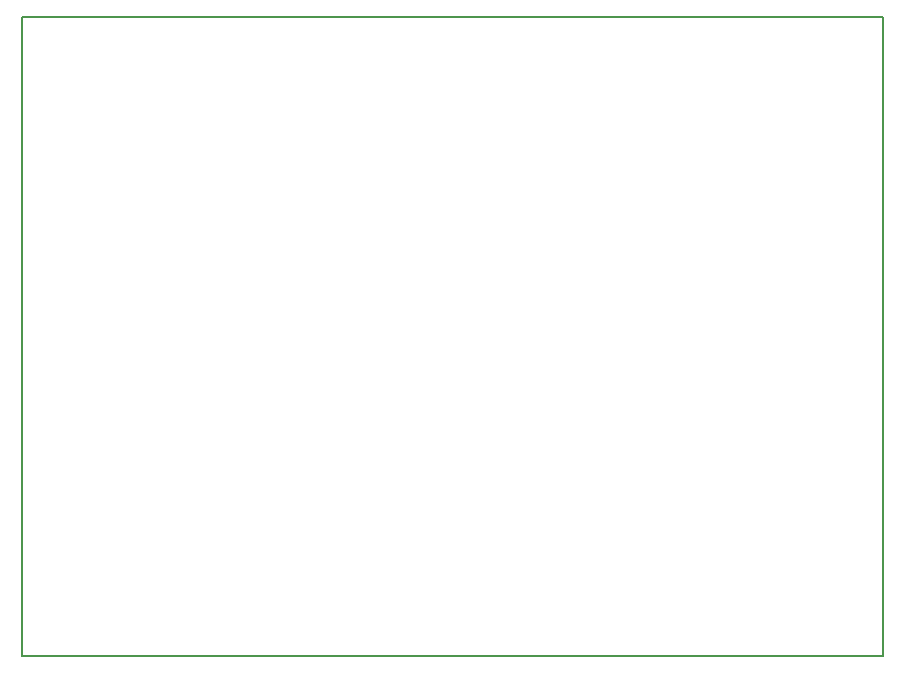
<source format=gm1>
G04 #@! TF.GenerationSoftware,KiCad,Pcbnew,(5.0.1-3-g963ef8bb5)*
G04 #@! TF.CreationDate,2019-01-11T00:26:05-08:00*
G04 #@! TF.ProjectId,vga_i2c,7667615F6932632E6B696361645F7063,rev?*
G04 #@! TF.SameCoordinates,Original*
G04 #@! TF.FileFunction,Profile,NP*
%FSLAX46Y46*%
G04 Gerber Fmt 4.6, Leading zero omitted, Abs format (unit mm)*
G04 Created by KiCad (PCBNEW (5.0.1-3-g963ef8bb5)) date Friday, January 11, 2019 at 12:26:05 AM*
%MOMM*%
%LPD*%
G01*
G04 APERTURE LIST*
%ADD10C,0.150000*%
G04 APERTURE END LIST*
D10*
X117094000Y-53848000D02*
X120091200Y-53848000D01*
X117043200Y-107950000D02*
X120040400Y-107950000D01*
X47244000Y-53848000D02*
X117094000Y-53848000D01*
X47244000Y-107950000D02*
X47244000Y-53848000D01*
X120091200Y-107950000D02*
X120091200Y-53848000D01*
X117094000Y-107950000D02*
X47244000Y-107950000D01*
M02*

</source>
